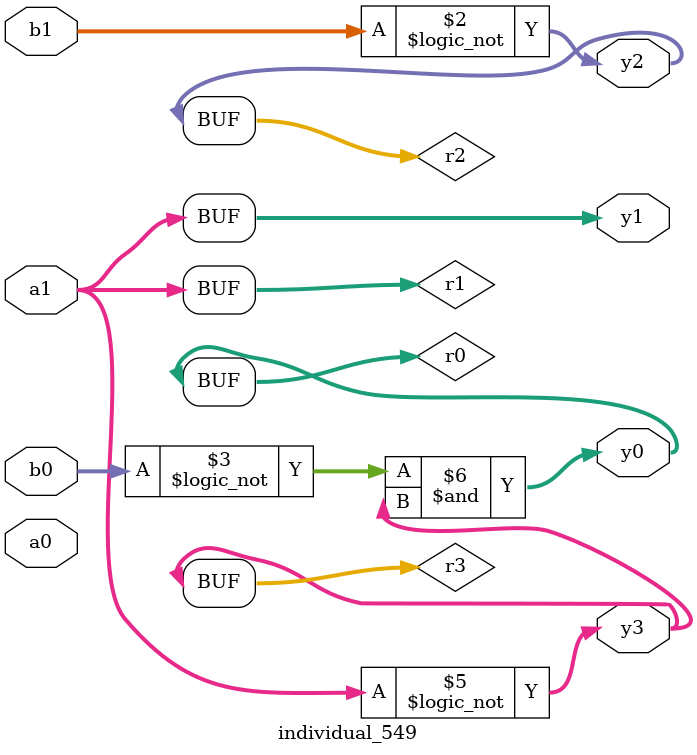
<source format=sv>
module individual_549(input logic [15:0] a1, input logic [15:0] a0, input logic [15:0] b1, input logic [15:0] b0, output logic [15:0] y3, output logic [15:0] y2, output logic [15:0] y1, output logic [15:0] y0);
logic [15:0] r0, r1, r2, r3; 
 always@(*) begin 
	 r0 = a0; r1 = a1; r2 = b0; r3 = b1; 
 	 r2 = ! r3 ;
 	 r0 = ! b0 ;
 	 r3  |=  r2 ;
 	 r3 = ! r1 ;
 	 r0  &=  r3 ;
 	 y3 = r3; y2 = r2; y1 = r1; y0 = r0; 
end
endmodule
</source>
